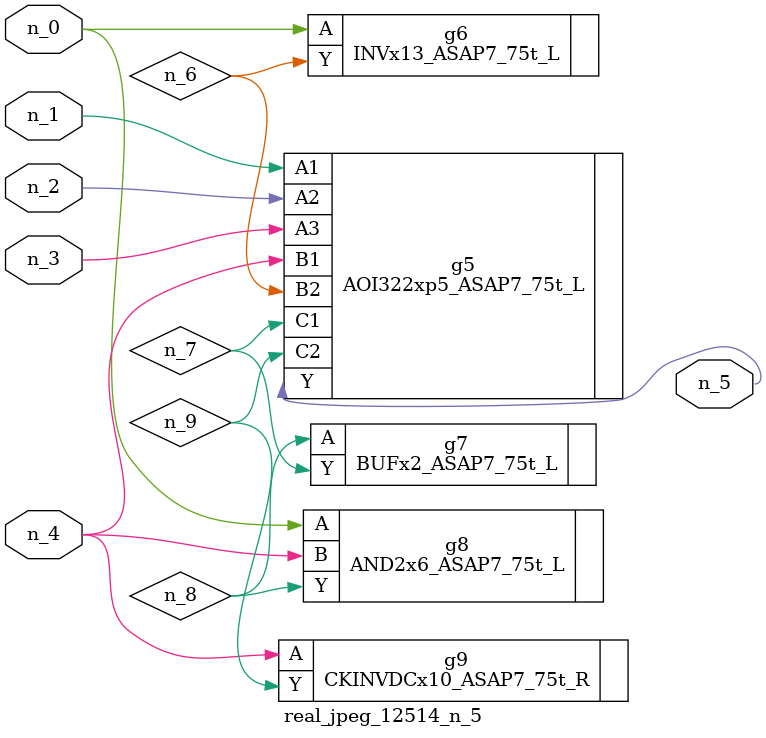
<source format=v>
module real_jpeg_12514_n_5 (n_4, n_0, n_1, n_2, n_3, n_5);

input n_4;
input n_0;
input n_1;
input n_2;
input n_3;

output n_5;

wire n_8;
wire n_6;
wire n_7;
wire n_9;

INVx13_ASAP7_75t_L g6 ( 
.A(n_0),
.Y(n_6)
);

AND2x6_ASAP7_75t_L g8 ( 
.A(n_0),
.B(n_4),
.Y(n_8)
);

AOI322xp5_ASAP7_75t_L g5 ( 
.A1(n_1),
.A2(n_2),
.A3(n_3),
.B1(n_4),
.B2(n_6),
.C1(n_7),
.C2(n_9),
.Y(n_5)
);

CKINVDCx10_ASAP7_75t_R g9 ( 
.A(n_4),
.Y(n_9)
);

BUFx2_ASAP7_75t_L g7 ( 
.A(n_8),
.Y(n_7)
);


endmodule
</source>
